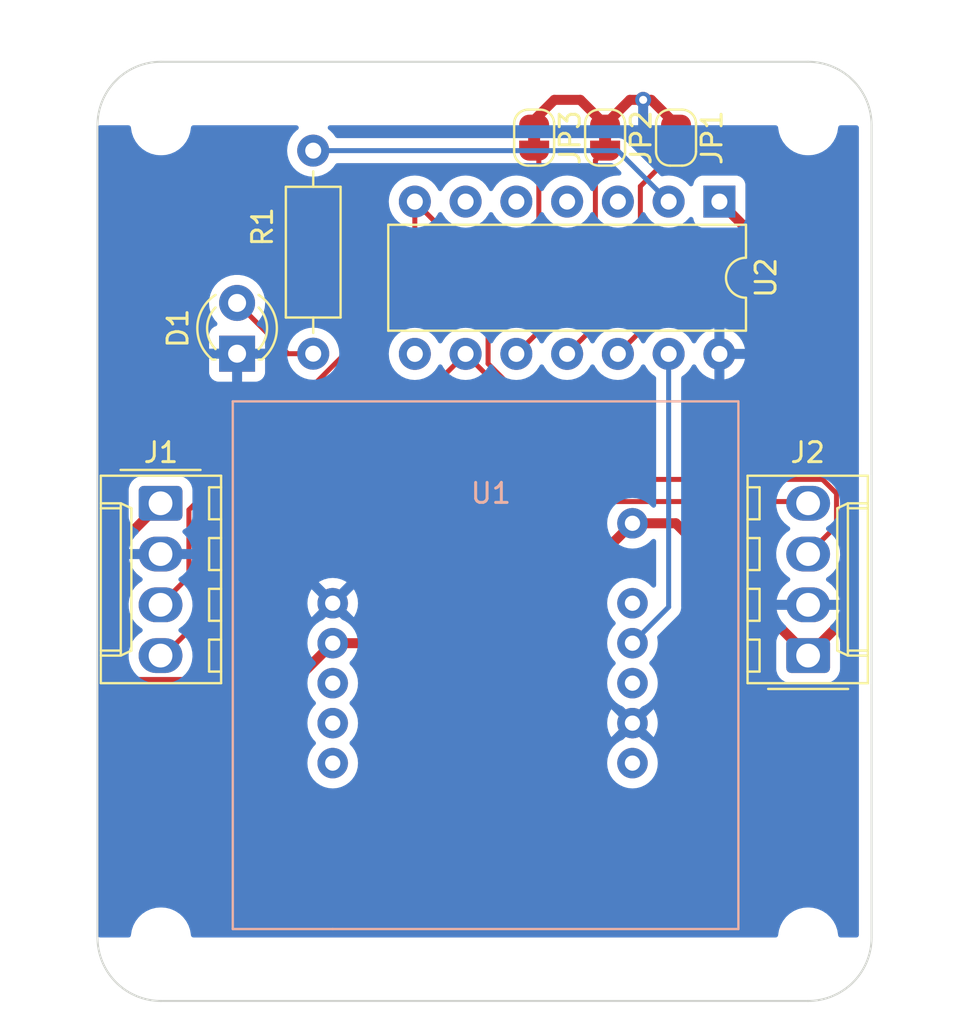
<source format=kicad_pcb>
(kicad_pcb (version 20221018) (generator pcbnew)
  (layers (0 "F.Cu" signal) (31 "B.Cu" signal) (34 "B.Paste" user) (35 "F.Paste" user) (36 "B.SilkS" user "B.Silkscreen") (37 "F.SilkS" user "F.Silkscreen") (38 "B.Mask" user) (39 "F.Mask" user) (44 "Edge.Cuts" user))
  (net 0 "")
  (net 1 "GND")
  (net 2 "Net-(D1-A)")
  (net 3 "+5V")
  (net 4 "/SDA")
  (net 5 "/SCL")
  (net 6 "Net-(U2-XTAL1{slash}PB0)")
  (net 12 "Net-(U1-D0)")
  (net 19 "Net-(JP1-B)")
  (net 20 "Net-(JP2-B)")
  (net 21 "Net-(JP3-B)")
  (footprint "MountingHole:MountingHole_2.5mm" (layer "F.Cu") (at 102.87 72.39)
    (fp_text reference "REF**" hide)
    (fp_text value "MountingHole_2.5mm")
    (pad "" np_thru_hole circle (at 0 0) (size 2.5 2.5) (drill 2.5) (layers "*.Cu" "*.Mask"))
    (pad "" np_thru_hole circle (at 0 0) (size 2.5 2.5) (drill 2.5) (layers "*.Cu" "*.Mask"))
  )
  (footprint "SMM:KK-1x04" (layer "F.Cu") (at 102.85 50.665 -90)
    (fp_text reference "J1" (at -2.54 -0.02 -180) (layer "F.SilkS"))
    (fp_text value "Conn_01x04")
    (fp_line (start -1.67 -2) (end -1.67 2) (stroke (width 0.12)) (layer "F.SilkS"))
    (fp_line (start -1.38 -3.03) (end -1.38 2.99) (stroke (width 0.12)) (layer "F.SilkS"))
    (fp_line (start -1.38 2.99) (end 9 2.99) (stroke (width 0.12)) (layer "F.SilkS"))
    (fp_line (start -0.8 -3.03) (end -0.8 -2.43) (stroke (width 0.12)) (layer "F.SilkS"))
    (fp_line (start -0.8 -2.43) (end 0.8 -2.43) (stroke (width 0.12)) (layer "F.SilkS"))
    (fp_line (start 0 1.99) (end 0.25 1.46) (stroke (width 0.12)) (layer "F.SilkS"))
    (fp_line (start 0 1.99) (end 7.62 1.99) (stroke (width 0.12)) (layer "F.SilkS"))
    (fp_line (start 0 2.99) (end 0 1.99) (stroke (width 0.12)) (layer "F.SilkS"))
    (fp_line (start 0.25 1.46) (end 7.37 1.46) (stroke (width 0.12)) (layer "F.SilkS"))
    (fp_line (start 0.25 2.99) (end 0.25 1.99) (stroke (width 0.12)) (layer "F.SilkS"))
    (fp_line (start 0.8 -2.43) (end 0.8 -3.03) (stroke (width 0.12)) (layer "F.SilkS"))
    (fp_line (start 1.74 -3.03) (end 1.74 -2.43) (stroke (width 0.12)) (layer "F.SilkS"))
    (fp_line (start 1.74 -2.43) (end 3.34 -2.43) (stroke (width 0.12)) (layer "F.SilkS"))
    (fp_line (start 3.34 -2.43) (end 3.34 -3.03) (stroke (width 0.12)) (layer "F.SilkS"))
    (fp_line (start 4.28 -3.03) (end 4.28 -2.43) (stroke (width 0.12)) (layer "F.SilkS"))
    (fp_line (start 4.28 -2.43) (end 5.88 -2.43) (stroke (width 0.12)) (layer "F.SilkS"))
    (fp_line (start 5.88 -2.43) (end 5.88 -3.03) (stroke (width 0.12)) (layer "F.SilkS"))
    (fp_line (start 6.82 -3.03) (end 6.82 -2.43) (stroke (width 0.12)) (layer "F.SilkS"))
    (fp_line (start 6.82 -2.43) (end 8.42 -2.43) (stroke (width 0.12)) (layer "F.SilkS"))
    (fp_line (start 7.37 1.46) (end 7.62 1.99) (stroke (width 0.12)) (layer "F.SilkS"))
    (fp_line (start 7.37 2.99) (end 7.37 1.99) (stroke (width 0.12)) (layer "F.SilkS"))
    (fp_line (start 7.62 1.99) (end 7.62 2.99) (stroke (width 0.12)) (layer "F.SilkS"))
    (fp_line (start 8.42 -2.43) (end 8.42 -3.03) (stroke (width 0.12)) (layer "F.SilkS"))
    (fp_line (start 9 -3.03) (end -1.38 -3.03) (stroke (width 0.12)) (layer "F.SilkS"))
    (fp_line (start 9 2.99) (end 9 -3.03) (stroke (width 0.12)) (layer "F.SilkS"))
    (pad "1" thru_hole roundrect (at 0 0 270) (size 1.74 2.19) (drill 1.19) (layers "*.Cu" "*.Mask") (roundrect_rratio 0.143678) (net 3 "+5V"))
    (pad "2" thru_hole oval (at 2.54 0 270) (size 1.74 2.19) (drill 1.19) (layers "*.Cu" "*.Mask") (net 1 "GND"))
    (pad "3" thru_hole oval (at 5.08 0 270) (size 1.74 2.19) (drill 1.19) (layers "*.Cu" "*.Mask") (net 4 "/SDA"))
    (pad "4" thru_hole oval (at 7.62 0 270) (size 1.74 2.19) (drill 1.19) (layers "*.Cu" "*.Mask") (net 5 "/SCL"))
  )
  (footprint "SMM:ID-12LA-Inverted" (layer "F.Cu") (at 126.705 55.665)
    (fp_text reference "U1" (at -7.325 -5.5) (layer "B.SilkS"))
    (fp_text value "ID12-LA")
    (fp_line (start -20.24 -10.1) (end -20.24 16.3) (stroke (width 0.12)) (layer "B.SilkS"))
    (fp_line (start -20.24 16.3) (end -15.24 16.3) (stroke (width 0.12)) (layer "B.SilkS"))
    (fp_line (start -15.24 16.3) (end 5.06 16.3) (stroke (width 0.12)) (layer "B.SilkS"))
    (fp_line (start 5.06 -10.1) (end -20.24 -10.1) (stroke (width 0.12)) (layer "B.SilkS"))
    (fp_line (start 5.06 16.3) (end 5.06 -10.1) (stroke (width 0.12)) (layer "B.SilkS"))
    (pad "1" thru_hole circle (at -15.24 0) (size 1.524 1.524) (drill 0.762) (layers "*.Cu" "*.Mask") (net 1 "GND"))
    (pad "2" thru_hole circle (at -15.24 2) (size 1.524 1.524) (drill 0.762) (layers "*.Cu" "*.Mask") (net 3 "+5V"))
    (pad "3" thru_hole circle (at -15.24 4) (size 1.524 1.524) (drill 0.762) (layers "*.Cu" "*.Mask"))
    (pad "4" thru_hole circle (at -15.24 6) (size 1.524 1.524) (drill 0.762) (layers "*.Cu" "*.Mask"))
    (pad "5" thru_hole circle (at -15.24 8) (size 1.524 1.524) (drill 0.762) (layers "*.Cu" "*.Mask"))
    (pad "6" thru_hole circle (at -0.24 8) (size 1.524 1.524) (drill 0.762) (layers "*.Cu" "*.Mask"))
    (pad "7" thru_hole circle (at -0.24 6) (size 1.524 1.524) (drill 0.762) (layers "*.Cu" "*.Mask") (net 1 "GND"))
    (pad "8" thru_hole circle (at -0.24 4) (size 1.524 1.524) (drill 0.762) (layers "*.Cu" "*.Mask"))
    (pad "9" thru_hole circle (at -0.24 2) (size 1.524 1.524) (drill 0.762) (layers "*.Cu" "*.Mask") (net 12 "Net-(U1-D0)"))
    (pad "10" thru_hole circle (at -0.24 0) (size 1.524 1.524) (drill 0.762) (layers "*.Cu" "*.Mask"))
    (pad "11" thru_hole circle (at -0.24 -4) (size 1.524 1.524) (drill 0.762) (layers "*.Cu" "*.Mask") (net 3 "+5V"))
  )
  (footprint "Jumper:SolderJumper-2_P1.3mm_Bridged_RoundedPad1.0x1.5mm" (layer "F.Cu") (at 121.545 32.37 -90)
    (fp_text reference "JP3" (at 0 -1.8 90) (layer "F.SilkS"))
    (fp_text value "Jumper_2_Bridged")
    (fp_poly (pts (xy 0.25 -0.3) (xy -0.25 -0.3) (xy -0.25 0.3) (xy 0.25 0.3)) (fill solid) (layer "F.Cu"))
    (fp_line (start -1.4 0.3) (end -1.4 -0.3) (stroke (width 0.12)) (layer "F.SilkS"))
    (fp_line (start -0.7 -1) (end 0.7 -1) (stroke (width 0.12)) (layer "F.SilkS"))
    (fp_line (start 0.7 1) (end -0.7 1) (stroke (width 0.12)) (layer "F.SilkS"))
    (fp_line (start 1.4 -0.3) (end 1.4 0.3) (stroke (width 0.12)) (layer "F.SilkS"))
    (fp_arc (start -1.4 -0.3) (mid -1.194975 -0.794975) (end -0.7 -1) (stroke (width 0.12)) (layer "F.SilkS"))
    (fp_arc (start -0.7 1) (mid -1.194975 0.794975) (end -1.4 0.3) (stroke (width 0.12)) (layer "F.SilkS"))
    (fp_arc (start 0.7 -1) (mid 1.194975 -0.794975) (end 1.4 -0.3) (stroke (width 0.12)) (layer "F.SilkS"))
    (fp_arc (start 1.4 0.3) (mid 1.194975 0.794975) (end 0.7 1) (stroke (width 0.12)) (layer "F.SilkS"))
    (pad "1" smd custom (at -0.65 0 270) (size 1 0.5) (layers "F.Cu" "F.Mask") (net 1 "GND") (options (clearance outline) (anchor rect)) (primitives (gr_circle (center 0 0.25) (end 0.5 0.25) (width 0) (fill yes)) (gr_circle (center 0 -0.25) (end 0.5 -0.25) (width 0) (fill yes)) (gr_poly (pts (xy 0.5 0.75) (xy 0 0.75) (xy 0 -0.75) (xy 0.5 -0.75)) (width 0) (fill yes))))
    (pad "2" smd custom (at 0.65 0 270) (size 1 0.5) (layers "F.Cu" "F.Mask") (net 21 "Net-(JP3-B)") (options (clearance outline) (anchor rect)) (primitives (gr_circle (center 0 0.25) (end 0.5 0.25) (width 0) (fill yes)) (gr_circle (center 0 -0.25) (end 0.5 -0.25) (width 0) (fill yes)) (gr_poly (pts (xy 0 0.75) (xy -0.5 0.75) (xy -0.5 -0.75) (xy 0 -0.75)) (width 0) (fill yes))))
  )
  (footprint "MountingHole:MountingHole_2.5mm" (layer "F.Cu") (at 135.255 31.75)
    (fp_text reference "REF**" hide)
    (fp_text value "MountingHole_2.5mm")
    (pad "" np_thru_hole circle (at 0 0) (size 2.5 2.5) (drill 2.5) (layers "*.Cu" "*.Mask"))
    (pad "" np_thru_hole circle (at 0 0) (size 2.5 2.5) (drill 2.5) (layers "*.Cu" "*.Mask"))
  )
  (footprint "SMM:Resistor_L6.3mm_D2.5mm_P10.16mm_Horizontal" (layer "F.Cu") (at 110.49 33.02 -90)
    (fp_text reference "R1" (at 3.81 2.54 90) (layer "F.SilkS"))
    (fp_text value "R")
    (fp_line (start 1.04 0) (end 1.81 0) (stroke (width 0.12)) (layer "F.SilkS"))
    (fp_line (start 1.81 -1.37) (end 1.81 1.37) (stroke (width 0.12)) (layer "F.SilkS"))
    (fp_line (start 1.81 1.37) (end 8.35 1.37) (stroke (width 0.12)) (layer "F.SilkS"))
    (fp_line (start 8.35 -1.37) (end 1.81 -1.37) (stroke (width 0.12)) (layer "F.SilkS"))
    (fp_line (start 8.35 1.37) (end 8.35 -1.37) (stroke (width 0.12)) (layer "F.SilkS"))
    (fp_line (start 9.12 0) (end 8.35 0) (stroke (width 0.12)) (layer "F.SilkS"))
    (pad "1" thru_hole circle (at 0 0 270) (size 1.6 1.6) (drill 0.8) (layers "*.Cu" "*.Mask") (net 6 "Net-(U2-XTAL1{slash}PB0)"))
    (pad "2" thru_hole oval (at 10.16 0 270) (size 1.6 1.6) (drill 0.8) (layers "*.Cu" "*.Mask") (net 2 "Net-(D1-A)"))
  )
  (footprint "SMM:LED_D3.0mm" (layer "F.Cu") (at 106.68 43.18 90)
    (fp_text reference "D1" (at 1.27 -2.96 90) (layer "F.SilkS"))
    (fp_text value "LED")
    (fp_line (start -0.29 -1.236) (end -0.29 -1.08) (stroke (width 0.12)) (layer "F.SilkS"))
    (fp_line (start -0.29 1.08) (end -0.29 1.236) (stroke (width 0.12)) (layer "F.SilkS"))
    (fp_arc (start -0.29 -1.235516) (mid 1.366487 -1.987659) (end 2.942335 -1.078608) (stroke (width 0.12)) (layer "F.SilkS"))
    (fp_arc (start 0.229039 -1.08) (mid 1.270117 -1.5) (end 2.31113 -1.079837) (stroke (width 0.12)) (layer "F.SilkS"))
    (fp_arc (start 2.31113 1.079837) (mid 1.270117 1.5) (end 0.229039 1.08) (stroke (width 0.12)) (layer "F.SilkS"))
    (fp_arc (start 2.942335 1.078608) (mid 1.366487 1.987659) (end -0.29 1.235516) (stroke (width 0.12)) (layer "F.SilkS"))
    (pad "1" thru_hole rect (at 0 0 90) (size 1.8 1.8) (drill 0.9) (layers "*.Cu" "*.Mask") (net 1 "GND"))
    (pad "2" thru_hole circle (at 2.54 0 90) (size 1.8 1.8) (drill 0.9) (layers "*.Cu" "*.Mask") (net 2 "Net-(D1-A)"))
  )
  (footprint "MountingHole:MountingHole_2.5mm" (layer "F.Cu") (at 135.255 72.39)
    (fp_text reference "REF**" hide)
    (fp_text value "MountingHole_2.5mm")
    (pad "" np_thru_hole circle (at 0 0) (size 2.5 2.5) (drill 2.5) (layers "*.Cu" "*.Mask"))
    (pad "" np_thru_hole circle (at 0 0) (size 2.5 2.5) (drill 2.5) (layers "*.Cu" "*.Mask"))
  )
  (footprint "Jumper:SolderJumper-2_P1.3mm_Bridged_RoundedPad1.0x1.5mm" (layer "F.Cu") (at 128.645 32.37 -90)
    (fp_text reference "JP1" (at 0 -1.8 90) (layer "F.SilkS"))
    (fp_text value "Jumper_2_Bridged")
    (fp_poly (pts (xy 0.25 -0.3) (xy -0.25 -0.3) (xy -0.25 0.3) (xy 0.25 0.3)) (fill solid) (layer "F.Cu"))
    (fp_line (start -1.4 0.3) (end -1.4 -0.3) (stroke (width 0.12)) (layer "F.SilkS"))
    (fp_line (start -0.7 -1) (end 0.7 -1) (stroke (width 0.12)) (layer "F.SilkS"))
    (fp_line (start 0.7 1) (end -0.7 1) (stroke (width 0.12)) (layer "F.SilkS"))
    (fp_line (start 1.4 -0.3) (end 1.4 0.3) (stroke (width 0.12)) (layer "F.SilkS"))
    (fp_arc (start -1.4 -0.3) (mid -1.194975 -0.794975) (end -0.7 -1) (stroke (width 0.12)) (layer "F.SilkS"))
    (fp_arc (start -0.7 1) (mid -1.194975 0.794975) (end -1.4 0.3) (stroke (width 0.12)) (layer "F.SilkS"))
    (fp_arc (start 0.7 -1) (mid 1.194975 -0.794975) (end 1.4 -0.3) (stroke (width 0.12)) (layer "F.SilkS"))
    (fp_arc (start 1.4 0.3) (mid 1.194975 0.794975) (end 0.7 1) (stroke (width 0.12)) (layer "F.SilkS"))
    (pad "1" smd custom (at -0.65 0 270) (size 1 0.5) (layers "F.Cu" "F.Mask") (net 1 "GND") (options (clearance outline) (anchor rect)) (primitives (gr_circle (center 0 0.25) (end 0.5 0.25) (width 0) (fill yes)) (gr_circle (center 0 -0.25) (end 0.5 -0.25) (width 0) (fill yes)) (gr_poly (pts (xy 0.5 0.75) (xy 0 0.75) (xy 0 -0.75) (xy 0.5 -0.75)) (width 0) (fill yes))))
    (pad "2" smd custom (at 0.65 0 270) (size 1 0.5) (layers "F.Cu" "F.Mask") (net 19 "Net-(JP1-B)") (options (clearance outline) (anchor rect)) (primitives (gr_circle (center 0 0.25) (end 0.5 0.25) (width 0) (fill yes)) (gr_circle (center 0 -0.25) (end 0.5 -0.25) (width 0) (fill yes)) (gr_poly (pts (xy 0 0.75) (xy -0.5 0.75) (xy -0.5 -0.75) (xy 0 -0.75)) (width 0) (fill yes))))
  )
  (footprint "MountingHole:MountingHole_2.5mm" (layer "F.Cu") (at 102.87 31.75)
    (fp_text reference "REF**" hide)
    (fp_text value "MountingHole_2.5mm")
    (pad "" np_thru_hole circle (at 0 0) (size 2.5 2.5) (drill 2.5) (layers "*.Cu" "*.Mask"))
    (pad "" np_thru_hole circle (at 0 0) (size 2.5 2.5) (drill 2.5) (layers "*.Cu" "*.Mask"))
  )
  (footprint "Jumper:SolderJumper-2_P1.3mm_Bridged_RoundedPad1.0x1.5mm" (layer "F.Cu") (at 125.095 32.37 -90)
    (fp_text reference "JP2" (at 0 -1.8 90) (layer "F.SilkS"))
    (fp_text value "Jumper_2_Bridged")
    (fp_poly (pts (xy 0.25 -0.3) (xy -0.25 -0.3) (xy -0.25 0.3) (xy 0.25 0.3)) (fill solid) (layer "F.Cu"))
    (fp_line (start -1.4 0.3) (end -1.4 -0.3) (stroke (width 0.12)) (layer "F.SilkS"))
    (fp_line (start -0.7 -1) (end 0.7 -1) (stroke (width 0.12)) (layer "F.SilkS"))
    (fp_line (start 0.7 1) (end -0.7 1) (stroke (width 0.12)) (layer "F.SilkS"))
    (fp_line (start 1.4 -0.3) (end 1.4 0.3) (stroke (width 0.12)) (layer "F.SilkS"))
    (fp_arc (start -1.4 -0.3) (mid -1.194975 -0.794975) (end -0.7 -1) (stroke (width 0.12)) (layer "F.SilkS"))
    (fp_arc (start -0.7 1) (mid -1.194975 0.794975) (end -1.4 0.3) (stroke (width 0.12)) (layer "F.SilkS"))
    (fp_arc (start 0.7 -1) (mid 1.194975 -0.794975) (end 1.4 -0.3) (stroke (width 0.12)) (layer "F.SilkS"))
    (fp_arc (start 1.4 0.3) (mid 1.194975 0.794975) (end 0.7 1) (stroke (width 0.12)) (layer "F.SilkS"))
    (pad "1" smd custom (at -0.65 0 270) (size 1 0.5) (layers "F.Cu" "F.Mask") (net 1 "GND") (options (clearance outline) (anchor rect)) (primitives (gr_circle (center 0 0.25) (end 0.5 0.25) (width 0) (fill yes)) (gr_circle (center 0 -0.25) (end 0.5 -0.25) (width 0) (fill yes)) (gr_poly (pts (xy 0.5 0.75) (xy 0 0.75) (xy 0 -0.75) (xy 0.5 -0.75)) (width 0) (fill yes))))
    (pad "2" smd custom (at 0.65 0 270) (size 1 0.5) (layers "F.Cu" "F.Mask") (net 20 "Net-(JP2-B)") (options (clearance outline) (anchor rect)) (primitives (gr_circle (center 0 0.25) (end 0.5 0.25) (width 0) (fill yes)) (gr_circle (center 0 -0.25) (end 0.5 -0.25) (width 0) (fill yes)) (gr_poly (pts (xy 0 0.75) (xy -0.5 0.75) (xy -0.5 -0.75) (xy 0 -0.75)) (width 0) (fill yes))))
  )
  (footprint "SMM:KK-1x04" (layer "F.Cu") (at 135.255 58.285 90)
    (fp_text reference "J2" (at 10.16 -0.02 180) (layer "F.SilkS"))
    (fp_text value "Conn_01x04")
    (fp_line (start -1.67 -2) (end -1.67 2) (stroke (width 0.12)) (layer "F.SilkS"))
    (fp_line (start -1.38 -3.03) (end -1.38 2.99) (stroke (width 0.12)) (layer "F.SilkS"))
    (fp_line (start -1.38 2.99) (end 9 2.99) (stroke (width 0.12)) (layer "F.SilkS"))
    (fp_line (start -0.8 -3.03) (end -0.8 -2.43) (stroke (width 0.12)) (layer "F.SilkS"))
    (fp_line (start -0.8 -2.43) (end 0.8 -2.43) (stroke (width 0.12)) (layer "F.SilkS"))
    (fp_line (start 0 1.99) (end 0.25 1.46) (stroke (width 0.12)) (layer "F.SilkS"))
    (fp_line (start 0 1.99) (end 7.62 1.99) (stroke (width 0.12)) (layer "F.SilkS"))
    (fp_line (start 0 2.99) (end 0 1.99) (stroke (width 0.12)) (layer "F.SilkS"))
    (fp_line (start 0.25 1.46) (end 7.37 1.46) (stroke (width 0.12)) (layer "F.SilkS"))
    (fp_line (start 0.25 2.99) (end 0.25 1.99) (stroke (width 0.12)) (layer "F.SilkS"))
    (fp_line (start 0.8 -2.43) (end 0.8 -3.03) (stroke (width 0.12)) (layer "F.SilkS"))
    (fp_line (start 1.74 -3.03) (end 1.74 -2.43) (stroke (width 0.12)) (layer "F.SilkS"))
    (fp_line (start 1.74 -2.43) (end 3.34 -2.43) (stroke (width 0.12)) (layer "F.SilkS"))
    (fp_line (start 3.34 -2.43) (end 3.34 -3.03) (stroke (width 0.12)) (layer "F.SilkS"))
    (fp_line (start 4.28 -3.03) (end 4.28 -2.43) (stroke (width 0.12)) (layer "F.SilkS"))
    (fp_line (start 4.28 -2.43) (end 5.88 -2.43) (stroke (width 0.12)) (layer "F.SilkS"))
    (fp_line (start 5.88 -2.43) (end 5.88 -3.03) (stroke (width 0.12)) (layer "F.SilkS"))
    (fp_line (start 6.82 -3.03) (end 6.82 -2.43) (stroke (width 0.12)) (layer "F.SilkS"))
    (fp_line (start 6.82 -2.43) (end 8.42 -2.43) (stroke (width 0.12)) (layer "F.SilkS"))
    (fp_line (start 7.37 1.46) (end 7.62 1.99) (stroke (width 0.12)) (layer "F.SilkS"))
    (fp_line (start 7.37 2.99) (end 7.37 1.99) (stroke (width 0.12)) (layer "F.SilkS"))
    (fp_line (start 7.62 1.99) (end 7.62 2.99) (stroke (width 0.12)) (layer "F.SilkS"))
    (fp_line (start 8.42 -2.43) (end 8.42 -3.03) (stroke (width 0.12)) (layer "F.SilkS"))
    (fp_line (start 9 -3.03) (end -1.38 -3.03) (stroke (width 0.12)) (layer "F.SilkS"))
    (fp_line (start 9 2.99) (end 9 -3.03) (stroke (width 0.12)) (layer "F.SilkS"))
    (pad "1" thru_hole roundrect (at 0 0 90) (size 1.74 2.19) (drill 1.19) (layers "*.Cu" "*.Mask") (roundrect_rratio 0.143678) (net 3 "+5V"))
    (pad "2" thru_hole oval (at 2.54 0 90) (size 1.74 2.19) (drill 1.19) (layers "*.Cu" "*.Mask") (net 1 "GND"))
    (pad "3" thru_hole oval (at 5.08 0 90) (size 1.74 2.19) (drill 1.19) (layers "*.Cu" "*.Mask") (net 4 "/SDA"))
    (pad "4" thru_hole oval (at 7.62 0 90) (size 1.74 2.19) (drill 1.19) (layers "*.Cu" "*.Mask") (net 5 "/SCL"))
  )
  (footprint "Package_DIP:DIP-14_W7.62mm" (layer "F.Cu") (at 130.815 35.57 -90)
    (fp_text reference "U2" (at 3.81 -2.33 90) (layer "F.SilkS"))
    (fp_text value "ATtiny84-20P")
    (fp_line (start 1.16 -1.33) (end 1.16 16.57) (stroke (width 0.12)) (layer "F.SilkS"))
    (fp_line (start 1.16 16.57) (end 6.46 16.57) (stroke (width 0.12)) (layer "F.SilkS"))
    (fp_line (start 2.81 -1.33) (end 1.16 -1.33) (stroke (width 0.12)) (layer "F.SilkS"))
    (fp_line (start 6.46 -1.33) (end 4.81 -1.33) (stroke (width 0.12)) (layer "F.SilkS"))
    (fp_line (start 6.46 16.57) (end 6.46 -1.33) (stroke (width 0.12)) (layer "F.SilkS"))
    (fp_arc (start 4.81 -1.33) (mid 3.81 -0.33) (end 2.81 -1.33) (stroke (width 0.12)) (layer "F.SilkS"))
    (pad "1" thru_hole rect (at 0 0 270) (size 1.6 1.6) (drill 0.8) (layers "*.Cu" "*.Mask") (net 3 "+5V"))
    (pad "2" thru_hole oval (at 0 2.54 270) (size 1.6 1.6) (drill 0.8) (layers "*.Cu" "*.Mask") (net 6 "Net-(U2-XTAL1{slash}PB0)"))
    (pad "3" thru_hole oval (at 0 5.08 270) (size 1.6 1.6) (drill 0.8) (layers "*.Cu" "*.Mask"))
    (pad "4" thru_hole oval (at 0 7.62 270) (size 1.6 1.6) (drill 0.8) (layers "*.Cu" "*.Mask"))
    (pad "5" thru_hole oval (at 0 10.16 270) (size 1.6 1.6) (drill 0.8) (layers "*.Cu" "*.Mask"))
    (pad "6" thru_hole oval (at 0 12.7 270) (size 1.6 1.6) (drill 0.8) (layers "*.Cu" "*.Mask"))
    (pad "7" thru_hole oval (at 0 15.24 270) (size 1.6 1.6) (drill 0.8) (layers "*.Cu" "*.Mask") (net 4 "/SDA"))
    (pad "8" thru_hole oval (at 7.62 15.24 270) (size 1.6 1.6) (drill 0.8) (layers "*.Cu" "*.Mask"))
    (pad "9" thru_hole oval (at 7.62 12.7 270) (size 1.6 1.6) (drill 0.8) (layers "*.Cu" "*.Mask") (net 5 "/SCL"))
    (pad "10" thru_hole oval (at 7.62 10.16 270) (size 1.6 1.6) (drill 0.8) (layers "*.Cu" "*.Mask") (net 21 "Net-(JP3-B)"))
    (pad "11" thru_hole oval (at 7.62 7.62 270) (size 1.6 1.6) (drill 0.8) (layers "*.Cu" "*.Mask") (net 20 "Net-(JP2-B)"))
    (pad "12" thru_hole oval (at 7.62 5.08 270) (size 1.6 1.6) (drill 0.8) (layers "*.Cu" "*.Mask") (net 19 "Net-(JP1-B)"))
    (pad "13" thru_hole oval (at 7.62 2.54 270) (size 1.6 1.6) (drill 0.8) (layers "*.Cu" "*.Mask") (net 12 "Net-(U1-D0)"))
    (pad "14" thru_hole oval (at 7.62 0 270) (size 1.6 1.6) (drill 0.8) (layers "*.Cu" "*.Mask") (net 1 "GND"))
  )
  (gr_arc (start 99.695 31.75) (mid 100.624936 29.504936) (end 102.87 28.575) (stroke (width 0.1)) (layer "Edge.Cuts"))
  (gr_line (start 102.87 28.575) (end 135.255 28.575) (stroke (width 0.1)) (layer "Edge.Cuts"))
  (gr_line (start 135.255 75.565) (end 102.87 75.565) (stroke (width 0.1)) (layer "Edge.Cuts"))
  (gr_arc (start 135.255 28.575) (mid 137.500064 29.504936) (end 138.43 31.75) (stroke (width 0.1)) (layer "Edge.Cuts"))
  (gr_line (start 138.43 31.75) (end 138.43 72.39) (stroke (width 0.1)) (layer "Edge.Cuts"))
  (gr_arc (start 102.87 75.565) (mid 100.624936 74.635064) (end 99.695 72.39) (stroke (width 0.1)) (layer "Edge.Cuts"))
  (gr_arc (start 138.43 72.39) (mid 137.500064 74.635064) (end 135.255 75.565) (stroke (width 0.1)) (layer "Edge.Cuts"))
  (gr_line (start 99.695 72.39) (end 99.695 31.75) (stroke (width 0.1)) (layer "Edge.Cuts"))
  (segment (start 121.545 31.72) (end 121.545 31.49) (width 0.5) (layer "F.Cu") (net 1))
  (segment (start 127.405 30.48) (end 128.645 31.72) (width 0.5) (layer "F.Cu") (net 1))
  (segment (start 123.855 30.48) (end 125.095 31.72) (width 0.5) (layer "F.Cu") (net 1))
  (segment (start 127 30.48) (end 127.405 30.48) (width 0.5) (layer "F.Cu") (net 1))
  (segment (start 125.095 31.72) (end 126.335 30.48) (width 0.5) (layer "F.Cu") (net 1))
  (segment (start 126.335 30.48) (end 127 30.48) (width 0.5) (layer "F.Cu") (net 1))
  (segment (start 122.555 30.48) (end 123.855 30.48) (width 0.5) (layer "F.Cu") (net 1))
  (segment (start 121.545 31.49) (end 122.555 30.48) (width 0.5) (layer "F.Cu") (net 1))
  (via (at 127 30.48) (size 0.8) (drill 0.4) (layers "F.Cu" "B.Cu") (net 1))
  (segment (start 127 30.48) (end 127 31.75) (width 0.5) (layer "B.Cu") (net 1))
  (segment (start 110.49 43.18) (end 109.22 43.18) (width 0.25) (layer "F.Cu") (net 2))
  (segment (start 109.22 43.18) (end 106.68 40.64) (width 0.25) (layer "F.Cu") (net 2))
  (segment (start 137.25 56.29) (end 135.255 58.285) (width 0.5) (layer "F.Cu") (net 3))
  (segment (start 120.465 57.665) (end 126.465 51.665) (width 0.5) (layer "F.Cu") (net 3))
  (segment (start 100.855 58.945) (end 101.515 59.605) (width 0.5) (layer "F.Cu") (net 3))
  (segment (start 101.515 59.605) (end 109.525 59.605) (width 0.5) (layer "F.Cu") (net 3))
  (segment (start 128.635 51.665) (end 135.255 58.285) (width 0.5) (layer "F.Cu") (net 3))
  (segment (start 126.465 51.665) (end 128.635 51.665) (width 0.5) (layer "F.Cu") (net 3))
  (segment (start 137.25 42.005) (end 137.25 56.29) (width 0.5) (layer "F.Cu") (net 3))
  (segment (start 130.815 35.57) (end 137.25 42.005) (width 0.5) (layer "F.Cu") (net 3))
  (segment (start 100.855 52.66) (end 100.855 58.945) (width 0.5) (layer "F.Cu") (net 3))
  (segment (start 109.525 59.605) (end 111.465 57.665) (width 0.5) (layer "F.Cu") (net 3))
  (segment (start 111.465 57.665) (end 120.465 57.665) (width 0.5) (layer "F.Cu") (net 3))
  (segment (start 102.85 50.665) (end 100.855 52.66) (width 0.5) (layer "F.Cu") (net 3))
  (segment (start 104.27 50.990991) (end 104.27 54.325) (width 0.25) (layer "F.Cu") (net 4))
  (segment (start 115.575 35.57) (end 115.575 39.685991) (width 0.25) (layer "F.Cu") (net 4))
  (segment (start 104.27 54.325) (end 102.85 55.745) (width 0.25) (layer "F.Cu") (net 4))
  (segment (start 136.675 51.785) (end 135.255 53.205) (width 0.25) (layer "F.Cu") (net 4))
  (segment (start 115.575 35.57) (end 119.24 39.235) (width 0.25) (layer "F.Cu") (net 4))
  (segment (start 119.24 43.678604) (end 125.031396 49.47) (width 0.25) (layer "F.Cu") (net 4))
  (segment (start 125.031396 49.47) (end 135.974985 49.47) (width 0.25) (layer "F.Cu") (net 4))
  (segment (start 136.675 50.170015) (end 136.675 51.785) (width 0.25) (layer "F.Cu") (net 4))
  (segment (start 135.974985 49.47) (end 136.675 50.170015) (width 0.25) (layer "F.Cu") (net 4))
  (segment (start 119.24 39.235) (end 119.24 43.678604) (width 0.25) (layer "F.Cu") (net 4))
  (segment (start 115.575 39.685991) (end 104.27 50.990991) (width 0.25) (layer "F.Cu") (net 4))
  (segment (start 118.115 43.19) (end 103.02 58.285) (width 0.25) (layer "F.Cu") (net 5))
  (segment (start 135.168 50.578) (end 135.255 50.665) (width 0.25) (layer "F.Cu") (net 5))
  (segment (start 125.503 50.578) (end 135.168 50.578) (width 0.25) (layer "F.Cu") (net 5))
  (segment (start 103.02 58.285) (end 102.85 58.285) (width 0.25) (layer "F.Cu") (net 5))
  (segment (start 118.115 43.19) (end 125.503 50.578) (width 0.25) (layer "F.Cu") (net 5))
  (segment (start 125.725 33.02) (end 128.275 35.57) (width 0.25) (layer "B.Cu") (net 6))
  (segment (start 110.49 33.02) (end 125.725 33.02) (width 0.25) (layer "B.Cu") (net 6))
  (segment (start 128.275 43.19) (end 128.275 55.855) (width 0.25) (layer "B.Cu") (net 12))
  (segment (start 128.275 55.855) (end 126.465 57.665) (width 0.25) (layer "B.Cu") (net 12))
  (segment (start 126.86 34.805) (end 126.86 42.065) (width 0.25) (layer "F.Cu") (net 19))
  (segment (start 126.86 42.065) (end 125.735 43.19) (width 0.25) (layer "F.Cu") (net 19))
  (segment (start 128.645 33.02) (end 126.86 34.805) (width 0.25) (layer "F.Cu") (net 19))
  (segment (start 125.095 33.02) (end 124.61 33.505) (width 0.25) (layer "F.Cu") (net 20))
  (segment (start 124.61 41.775) (end 123.195 43.19) (width 0.25) (layer "F.Cu") (net 20))
  (segment (start 124.61 33.505) (end 124.61 41.775) (width 0.25) (layer "F.Cu") (net 20))
  (segment (start 121.78 33.255) (end 121.78 42.065) (width 0.25) (layer "F.Cu") (net 21))
  (segment (start 121.78 42.065) (end 120.655 43.19) (width 0.25) (layer "F.Cu") (net 21))
  (segment (start 121.545 33.02) (end 121.78 33.255) (width 0.25) (layer "F.Cu") (net 21))
  (zone (net 1) (net_name "GND") (layer "B.Cu") (connect_pads (clearance 0.5)) (min_thickness 0.25) (fill yes (thermal_gap 0.5) (thermal_bridge_width 0.5))
    (polygon (pts (xy 99.695 31.75) (xy 137.795 31.75) (xy 137.795 72.39) (xy 99.695 72.39)))
  )
)
</source>
